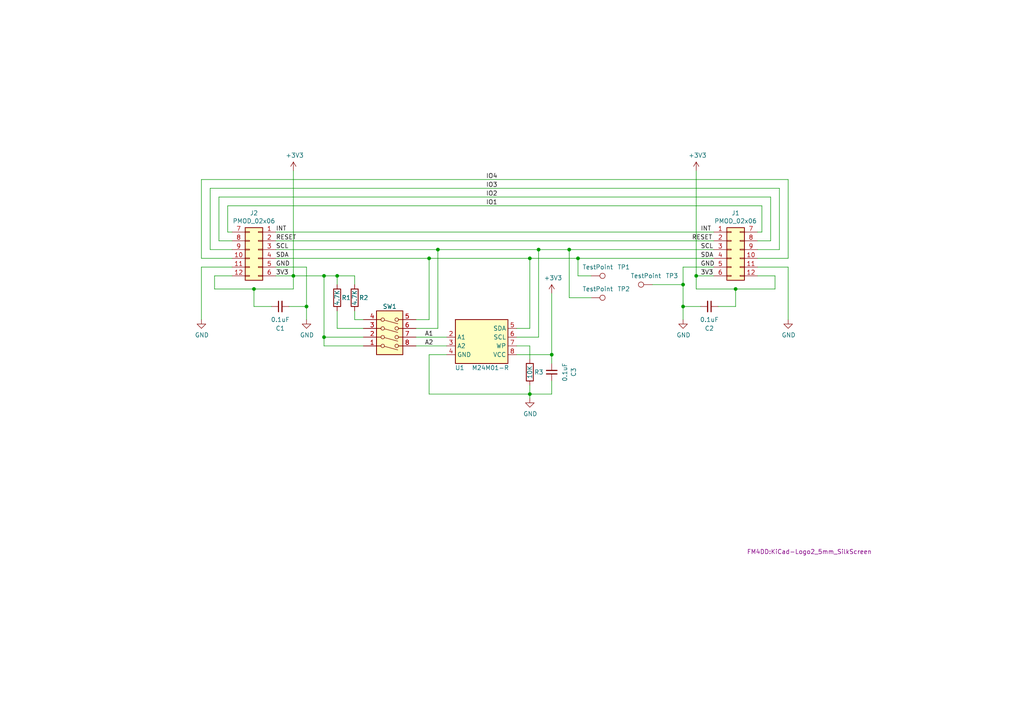
<source format=kicad_sch>
(kicad_sch (version 20230121) (generator eeschema)

  (uuid b6398497-ff40-4fec-95a5-d2fc5b8173cc)

  (paper "A4")

  (title_block
    (title "1MBIT EEPROM PMOD")
    (date "2021-08-14")
    (rev "V1.1")
    (company "FM4DD")
    (comment 1 "2021 (C) FM4DD")
    (comment 2 "STMicroelectronics M24M01-R")
    (comment 3 "License: CC-BY-SA 4.0")
  )

  (lib_symbols
    (symbol "Connector:TestPoint" (pin_numbers hide) (pin_names (offset 0.762) hide) (in_bom yes) (on_board yes)
      (property "Reference" "TP" (at 0 6.858 0)
        (effects (font (size 1.27 1.27)))
      )
      (property "Value" "TestPoint" (at 0 5.08 0)
        (effects (font (size 1.27 1.27)))
      )
      (property "Footprint" "" (at 5.08 0 0)
        (effects (font (size 1.27 1.27)) hide)
      )
      (property "Datasheet" "~" (at 5.08 0 0)
        (effects (font (size 1.27 1.27)) hide)
      )
      (property "ki_keywords" "test point tp" (at 0 0 0)
        (effects (font (size 1.27 1.27)) hide)
      )
      (property "ki_description" "test point" (at 0 0 0)
        (effects (font (size 1.27 1.27)) hide)
      )
      (property "ki_fp_filters" "Pin* Test*" (at 0 0 0)
        (effects (font (size 1.27 1.27)) hide)
      )
      (symbol "TestPoint_0_1"
        (circle (center 0 3.302) (radius 0.762)
          (stroke (width 0) (type default))
          (fill (type none))
        )
      )
      (symbol "TestPoint_1_1"
        (pin passive line (at 0 0 90) (length 2.54)
          (name "1" (effects (font (size 1.27 1.27))))
          (number "1" (effects (font (size 1.27 1.27))))
        )
      )
    )
    (symbol "Connector_Generic:Conn_02x06_Top_Bottom" (pin_names (offset 1.016) hide) (in_bom yes) (on_board yes)
      (property "Reference" "J" (at 1.27 7.62 0)
        (effects (font (size 1.27 1.27)))
      )
      (property "Value" "Conn_02x06_Top_Bottom" (at 1.27 -10.16 0)
        (effects (font (size 1.27 1.27)))
      )
      (property "Footprint" "" (at 0 0 0)
        (effects (font (size 1.27 1.27)) hide)
      )
      (property "Datasheet" "~" (at 0 0 0)
        (effects (font (size 1.27 1.27)) hide)
      )
      (property "ki_keywords" "connector" (at 0 0 0)
        (effects (font (size 1.27 1.27)) hide)
      )
      (property "ki_description" "Generic connector, double row, 02x06, top/bottom pin numbering scheme (row 1: 1...pins_per_row, row2: pins_per_row+1 ... num_pins), script generated (kicad-library-utils/schlib/autogen/connector/)" (at 0 0 0)
        (effects (font (size 1.27 1.27)) hide)
      )
      (property "ki_fp_filters" "Connector*:*_2x??_*" (at 0 0 0)
        (effects (font (size 1.27 1.27)) hide)
      )
      (symbol "Conn_02x06_Top_Bottom_1_1"
        (rectangle (start -1.27 -7.493) (end 0 -7.747)
          (stroke (width 0.1524) (type default))
          (fill (type none))
        )
        (rectangle (start -1.27 -4.953) (end 0 -5.207)
          (stroke (width 0.1524) (type default))
          (fill (type none))
        )
        (rectangle (start -1.27 -2.413) (end 0 -2.667)
          (stroke (width 0.1524) (type default))
          (fill (type none))
        )
        (rectangle (start -1.27 0.127) (end 0 -0.127)
          (stroke (width 0.1524) (type default))
          (fill (type none))
        )
        (rectangle (start -1.27 2.667) (end 0 2.413)
          (stroke (width 0.1524) (type default))
          (fill (type none))
        )
        (rectangle (start -1.27 5.207) (end 0 4.953)
          (stroke (width 0.1524) (type default))
          (fill (type none))
        )
        (rectangle (start -1.27 6.35) (end 3.81 -8.89)
          (stroke (width 0.254) (type default))
          (fill (type background))
        )
        (rectangle (start 3.81 -7.493) (end 2.54 -7.747)
          (stroke (width 0.1524) (type default))
          (fill (type none))
        )
        (rectangle (start 3.81 -4.953) (end 2.54 -5.207)
          (stroke (width 0.1524) (type default))
          (fill (type none))
        )
        (rectangle (start 3.81 -2.413) (end 2.54 -2.667)
          (stroke (width 0.1524) (type default))
          (fill (type none))
        )
        (rectangle (start 3.81 0.127) (end 2.54 -0.127)
          (stroke (width 0.1524) (type default))
          (fill (type none))
        )
        (rectangle (start 3.81 2.667) (end 2.54 2.413)
          (stroke (width 0.1524) (type default))
          (fill (type none))
        )
        (rectangle (start 3.81 5.207) (end 2.54 4.953)
          (stroke (width 0.1524) (type default))
          (fill (type none))
        )
        (pin passive line (at -5.08 5.08 0) (length 3.81)
          (name "Pin_1" (effects (font (size 1.27 1.27))))
          (number "1" (effects (font (size 1.27 1.27))))
        )
        (pin passive line (at 7.62 -2.54 180) (length 3.81)
          (name "Pin_10" (effects (font (size 1.27 1.27))))
          (number "10" (effects (font (size 1.27 1.27))))
        )
        (pin passive line (at 7.62 -5.08 180) (length 3.81)
          (name "Pin_11" (effects (font (size 1.27 1.27))))
          (number "11" (effects (font (size 1.27 1.27))))
        )
        (pin passive line (at 7.62 -7.62 180) (length 3.81)
          (name "Pin_12" (effects (font (size 1.27 1.27))))
          (number "12" (effects (font (size 1.27 1.27))))
        )
        (pin passive line (at -5.08 2.54 0) (length 3.81)
          (name "Pin_2" (effects (font (size 1.27 1.27))))
          (number "2" (effects (font (size 1.27 1.27))))
        )
        (pin passive line (at -5.08 0 0) (length 3.81)
          (name "Pin_3" (effects (font (size 1.27 1.27))))
          (number "3" (effects (font (size 1.27 1.27))))
        )
        (pin passive line (at -5.08 -2.54 0) (length 3.81)
          (name "Pin_4" (effects (font (size 1.27 1.27))))
          (number "4" (effects (font (size 1.27 1.27))))
        )
        (pin passive line (at -5.08 -5.08 0) (length 3.81)
          (name "Pin_5" (effects (font (size 1.27 1.27))))
          (number "5" (effects (font (size 1.27 1.27))))
        )
        (pin passive line (at -5.08 -7.62 0) (length 3.81)
          (name "Pin_6" (effects (font (size 1.27 1.27))))
          (number "6" (effects (font (size 1.27 1.27))))
        )
        (pin passive line (at 7.62 5.08 180) (length 3.81)
          (name "Pin_7" (effects (font (size 1.27 1.27))))
          (number "7" (effects (font (size 1.27 1.27))))
        )
        (pin passive line (at 7.62 2.54 180) (length 3.81)
          (name "Pin_8" (effects (font (size 1.27 1.27))))
          (number "8" (effects (font (size 1.27 1.27))))
        )
        (pin passive line (at 7.62 0 180) (length 3.81)
          (name "Pin_9" (effects (font (size 1.27 1.27))))
          (number "9" (effects (font (size 1.27 1.27))))
        )
      )
    )
    (symbol "Device:C_Small" (pin_numbers hide) (pin_names (offset 0.254) hide) (in_bom yes) (on_board yes)
      (property "Reference" "C" (at 0.254 1.778 0)
        (effects (font (size 1.27 1.27)) (justify left))
      )
      (property "Value" "C_Small" (at 0.254 -2.032 0)
        (effects (font (size 1.27 1.27)) (justify left))
      )
      (property "Footprint" "" (at 0 0 0)
        (effects (font (size 1.27 1.27)) hide)
      )
      (property "Datasheet" "~" (at 0 0 0)
        (effects (font (size 1.27 1.27)) hide)
      )
      (property "ki_keywords" "capacitor cap" (at 0 0 0)
        (effects (font (size 1.27 1.27)) hide)
      )
      (property "ki_description" "Unpolarized capacitor, small symbol" (at 0 0 0)
        (effects (font (size 1.27 1.27)) hide)
      )
      (property "ki_fp_filters" "C_*" (at 0 0 0)
        (effects (font (size 1.27 1.27)) hide)
      )
      (symbol "C_Small_0_1"
        (polyline
          (pts
            (xy -1.524 -0.508)
            (xy 1.524 -0.508)
          )
          (stroke (width 0.3302) (type default))
          (fill (type none))
        )
        (polyline
          (pts
            (xy -1.524 0.508)
            (xy 1.524 0.508)
          )
          (stroke (width 0.3048) (type default))
          (fill (type none))
        )
      )
      (symbol "C_Small_1_1"
        (pin passive line (at 0 2.54 270) (length 2.032)
          (name "~" (effects (font (size 1.27 1.27))))
          (number "1" (effects (font (size 1.27 1.27))))
        )
        (pin passive line (at 0 -2.54 90) (length 2.032)
          (name "~" (effects (font (size 1.27 1.27))))
          (number "2" (effects (font (size 1.27 1.27))))
        )
      )
    )
    (symbol "Device:R" (pin_numbers hide) (pin_names (offset 0)) (in_bom yes) (on_board yes)
      (property "Reference" "R" (at 2.032 0 90)
        (effects (font (size 1.27 1.27)))
      )
      (property "Value" "R" (at 0 0 90)
        (effects (font (size 1.27 1.27)))
      )
      (property "Footprint" "" (at -1.778 0 90)
        (effects (font (size 1.27 1.27)) hide)
      )
      (property "Datasheet" "~" (at 0 0 0)
        (effects (font (size 1.27 1.27)) hide)
      )
      (property "ki_keywords" "R res resistor" (at 0 0 0)
        (effects (font (size 1.27 1.27)) hide)
      )
      (property "ki_description" "Resistor" (at 0 0 0)
        (effects (font (size 1.27 1.27)) hide)
      )
      (property "ki_fp_filters" "R_*" (at 0 0 0)
        (effects (font (size 1.27 1.27)) hide)
      )
      (symbol "R_0_1"
        (rectangle (start -1.016 -2.54) (end 1.016 2.54)
          (stroke (width 0.254) (type default))
          (fill (type none))
        )
      )
      (symbol "R_1_1"
        (pin passive line (at 0 3.81 270) (length 1.27)
          (name "~" (effects (font (size 1.27 1.27))))
          (number "1" (effects (font (size 1.27 1.27))))
        )
        (pin passive line (at 0 -3.81 90) (length 1.27)
          (name "~" (effects (font (size 1.27 1.27))))
          (number "2" (effects (font (size 1.27 1.27))))
        )
      )
    )
    (symbol "FM4DD:Logo_KiCad_5mm" (pin_names (offset 1.016)) (in_bom yes) (on_board yes)
      (property "Reference" "LB" (at 0 0 0)
        (effects (font (size 1.27 1.27)) hide)
      )
      (property "Value" "Logo_KiCad_5mm" (at 0 0 0)
        (effects (font (size 1.27 1.27)))
      )
      (property "Footprint" "FM4DD:Logo_KiCad_5mm_SScr" (at 0 0 0)
        (effects (font (size 1.27 1.27)) hide)
      )
      (property "Datasheet" "" (at 0 0 0)
        (effects (font (size 1.27 1.27)) hide)
      )
      (property "ki_description" "KiCad Logo with text removed" (at 0 0 0)
        (effects (font (size 1.27 1.27)) hide)
      )
    )
    (symbol "FM4DD:M24M01-R" (in_bom yes) (on_board yes)
      (property "Reference" "U" (at -1.27 8.89 0)
        (effects (font (size 1.27 1.27)))
      )
      (property "Value" "M24M01-R" (at 0 6.35 0)
        (effects (font (size 1.27 1.27)))
      )
      (property "Footprint" "Package_SO:SOIC-8_3.9x4.9mm_P1.27mm" (at 2.54 -8.89 0)
        (effects (font (size 1.27 1.27)) hide)
      )
      (property "Datasheet" "https://www.st.com/resource/en/datasheet/m24m01-df.pdf" (at 0 0 0)
        (effects (font (size 1.27 1.27)) hide)
      )
      (property "ki_keywords" "EEPROM 1Mb I2C" (at 0 0 0)
        (effects (font (size 1.27 1.27)) hide)
      )
      (property "ki_description" "1 Mb I2C-bus Serial EEPROM, SOIC-8 SOIC-8_3.9x4.9x1.27P" (at 0 0 0)
        (effects (font (size 1.27 1.27)) hide)
      )
      (property "ki_fp_filters" "SOIC*3.9x4.9mm*P1.27mm*" (at 0 0 0)
        (effects (font (size 1.27 1.27)) hide)
      )
      (symbol "M24M01-R_1_1"
        (rectangle (start -7.62 5.08) (end 7.62 -7.62)
          (stroke (width 0.254) (type default))
          (fill (type background))
        )
        (pin no_connect line (at -10.16 2.54 0) (length 2.54) hide
          (name "NC" (effects (font (size 1.27 1.27))))
          (number "1" (effects (font (size 1.27 1.27))))
        )
        (pin input line (at -10.16 0 0) (length 2.54)
          (name "A1" (effects (font (size 1.27 1.27))))
          (number "2" (effects (font (size 1.27 1.27))))
        )
        (pin input line (at -10.16 -2.54 0) (length 2.54)
          (name "A2" (effects (font (size 1.27 1.27))))
          (number "3" (effects (font (size 1.27 1.27))))
        )
        (pin power_in line (at -10.16 -5.08 0) (length 2.54)
          (name "GND" (effects (font (size 1.27 1.27))))
          (number "4" (effects (font (size 1.27 1.27))))
        )
        (pin bidirectional line (at 10.16 2.54 180) (length 2.54)
          (name "SDA" (effects (font (size 1.27 1.27))))
          (number "5" (effects (font (size 1.27 1.27))))
        )
        (pin input line (at 10.16 0 180) (length 2.54)
          (name "SCL" (effects (font (size 1.27 1.27))))
          (number "6" (effects (font (size 1.27 1.27))))
        )
        (pin input line (at 10.16 -2.54 180) (length 2.54)
          (name "WP" (effects (font (size 1.27 1.27))))
          (number "7" (effects (font (size 1.27 1.27))))
        )
        (pin power_in line (at 10.16 -5.08 180) (length 2.54)
          (name "VCC" (effects (font (size 1.27 1.27))))
          (number "8" (effects (font (size 1.27 1.27))))
        )
      )
    )
    (symbol "Switch:SW_DIP_x04" (pin_names (offset 0) hide) (in_bom yes) (on_board yes)
      (property "Reference" "SW" (at 0 8.89 0)
        (effects (font (size 1.27 1.27)))
      )
      (property "Value" "SW_DIP_x04" (at 0 -6.35 0)
        (effects (font (size 1.27 1.27)))
      )
      (property "Footprint" "" (at 0 0 0)
        (effects (font (size 1.27 1.27)) hide)
      )
      (property "Datasheet" "~" (at 0 0 0)
        (effects (font (size 1.27 1.27)) hide)
      )
      (property "ki_keywords" "dip switch" (at 0 0 0)
        (effects (font (size 1.27 1.27)) hide)
      )
      (property "ki_description" "4x DIP Switch, Single Pole Single Throw (SPST) switch, small symbol" (at 0 0 0)
        (effects (font (size 1.27 1.27)) hide)
      )
      (property "ki_fp_filters" "SW?DIP?x4*" (at 0 0 0)
        (effects (font (size 1.27 1.27)) hide)
      )
      (symbol "SW_DIP_x04_0_0"
        (circle (center -2.032 -2.54) (radius 0.508)
          (stroke (width 0) (type default))
          (fill (type none))
        )
        (circle (center -2.032 0) (radius 0.508)
          (stroke (width 0) (type default))
          (fill (type none))
        )
        (circle (center -2.032 2.54) (radius 0.508)
          (stroke (width 0) (type default))
          (fill (type none))
        )
        (circle (center -2.032 5.08) (radius 0.508)
          (stroke (width 0) (type default))
          (fill (type none))
        )
        (polyline
          (pts
            (xy -1.524 -2.3876)
            (xy 2.3622 -1.3462)
          )
          (stroke (width 0) (type default))
          (fill (type none))
        )
        (polyline
          (pts
            (xy -1.524 0.127)
            (xy 2.3622 1.1684)
          )
          (stroke (width 0) (type default))
          (fill (type none))
        )
        (polyline
          (pts
            (xy -1.524 2.667)
            (xy 2.3622 3.7084)
          )
          (stroke (width 0) (type default))
          (fill (type none))
        )
        (polyline
          (pts
            (xy -1.524 5.207)
            (xy 2.3622 6.2484)
          )
          (stroke (width 0) (type default))
          (fill (type none))
        )
        (circle (center 2.032 -2.54) (radius 0.508)
          (stroke (width 0) (type default))
          (fill (type none))
        )
        (circle (center 2.032 0) (radius 0.508)
          (stroke (width 0) (type default))
          (fill (type none))
        )
        (circle (center 2.032 2.54) (radius 0.508)
          (stroke (width 0) (type default))
          (fill (type none))
        )
        (circle (center 2.032 5.08) (radius 0.508)
          (stroke (width 0) (type default))
          (fill (type none))
        )
      )
      (symbol "SW_DIP_x04_0_1"
        (rectangle (start -3.81 7.62) (end 3.81 -5.08)
          (stroke (width 0.254) (type default))
          (fill (type background))
        )
      )
      (symbol "SW_DIP_x04_1_1"
        (pin passive line (at -7.62 5.08 0) (length 5.08)
          (name "~" (effects (font (size 1.27 1.27))))
          (number "1" (effects (font (size 1.27 1.27))))
        )
        (pin passive line (at -7.62 2.54 0) (length 5.08)
          (name "~" (effects (font (size 1.27 1.27))))
          (number "2" (effects (font (size 1.27 1.27))))
        )
        (pin passive line (at -7.62 0 0) (length 5.08)
          (name "~" (effects (font (size 1.27 1.27))))
          (number "3" (effects (font (size 1.27 1.27))))
        )
        (pin passive line (at -7.62 -2.54 0) (length 5.08)
          (name "~" (effects (font (size 1.27 1.27))))
          (number "4" (effects (font (size 1.27 1.27))))
        )
        (pin passive line (at 7.62 -2.54 180) (length 5.08)
          (name "~" (effects (font (size 1.27 1.27))))
          (number "5" (effects (font (size 1.27 1.27))))
        )
        (pin passive line (at 7.62 0 180) (length 5.08)
          (name "~" (effects (font (size 1.27 1.27))))
          (number "6" (effects (font (size 1.27 1.27))))
        )
        (pin passive line (at 7.62 2.54 180) (length 5.08)
          (name "~" (effects (font (size 1.27 1.27))))
          (number "7" (effects (font (size 1.27 1.27))))
        )
        (pin passive line (at 7.62 5.08 180) (length 5.08)
          (name "~" (effects (font (size 1.27 1.27))))
          (number "8" (effects (font (size 1.27 1.27))))
        )
      )
    )
    (symbol "power:+3V3" (power) (pin_names (offset 0)) (in_bom yes) (on_board yes)
      (property "Reference" "#PWR" (at 0 -3.81 0)
        (effects (font (size 1.27 1.27)) hide)
      )
      (property "Value" "+3V3" (at 0 3.556 0)
        (effects (font (size 1.27 1.27)))
      )
      (property "Footprint" "" (at 0 0 0)
        (effects (font (size 1.27 1.27)) hide)
      )
      (property "Datasheet" "" (at 0 0 0)
        (effects (font (size 1.27 1.27)) hide)
      )
      (property "ki_keywords" "global power" (at 0 0 0)
        (effects (font (size 1.27 1.27)) hide)
      )
      (property "ki_description" "Power symbol creates a global label with name \"+3V3\"" (at 0 0 0)
        (effects (font (size 1.27 1.27)) hide)
      )
      (symbol "+3V3_0_1"
        (polyline
          (pts
            (xy -0.762 1.27)
            (xy 0 2.54)
          )
          (stroke (width 0) (type default))
          (fill (type none))
        )
        (polyline
          (pts
            (xy 0 0)
            (xy 0 2.54)
          )
          (stroke (width 0) (type default))
          (fill (type none))
        )
        (polyline
          (pts
            (xy 0 2.54)
            (xy 0.762 1.27)
          )
          (stroke (width 0) (type default))
          (fill (type none))
        )
      )
      (symbol "+3V3_1_1"
        (pin power_in line (at 0 0 90) (length 0) hide
          (name "+3V3" (effects (font (size 1.27 1.27))))
          (number "1" (effects (font (size 1.27 1.27))))
        )
      )
    )
    (symbol "power:GND" (power) (pin_names (offset 0)) (in_bom yes) (on_board yes)
      (property "Reference" "#PWR" (at 0 -6.35 0)
        (effects (font (size 1.27 1.27)) hide)
      )
      (property "Value" "GND" (at 0 -3.81 0)
        (effects (font (size 1.27 1.27)))
      )
      (property "Footprint" "" (at 0 0 0)
        (effects (font (size 1.27 1.27)) hide)
      )
      (property "Datasheet" "" (at 0 0 0)
        (effects (font (size 1.27 1.27)) hide)
      )
      (property "ki_keywords" "global power" (at 0 0 0)
        (effects (font (size 1.27 1.27)) hide)
      )
      (property "ki_description" "Power symbol creates a global label with name \"GND\" , ground" (at 0 0 0)
        (effects (font (size 1.27 1.27)) hide)
      )
      (symbol "GND_0_1"
        (polyline
          (pts
            (xy 0 0)
            (xy 0 -1.27)
            (xy 1.27 -1.27)
            (xy 0 -2.54)
            (xy -1.27 -1.27)
            (xy 0 -1.27)
          )
          (stroke (width 0) (type default))
          (fill (type none))
        )
      )
      (symbol "GND_1_1"
        (pin power_in line (at 0 0 270) (length 0) hide
          (name "GND" (effects (font (size 1.27 1.27))))
          (number "1" (effects (font (size 1.27 1.27))))
        )
      )
    )
  )

  (junction (at 167.64 74.93) (diameter 0) (color 0 0 0 0)
    (uuid 0a3c3896-064f-43a9-ae9b-694cf116b0a4)
  )
  (junction (at 88.9 88.9) (diameter 0) (color 0 0 0 0)
    (uuid 11322bff-f556-45b5-9f68-901f53a22cf6)
  )
  (junction (at 153.67 114.3) (diameter 0) (color 0 0 0 0)
    (uuid 3e9c3a4b-f06f-416f-98cf-d2083132d0df)
  )
  (junction (at 97.79 80.01) (diameter 0) (color 0 0 0 0)
    (uuid 42d683a2-d94c-43c3-aac3-479da1d689f0)
  )
  (junction (at 198.12 82.55) (diameter 0) (color 0 0 0 0)
    (uuid 46063066-99b9-4333-ba2b-d0585fdf679b)
  )
  (junction (at 201.93 80.01) (diameter 0) (color 0 0 0 0)
    (uuid 50ceda34-319e-476a-a4bd-a9c57cbaa411)
  )
  (junction (at 213.36 83.82) (diameter 0) (color 0 0 0 0)
    (uuid 55f01b8a-6dd6-45d5-9c6f-89357212f6f1)
  )
  (junction (at 165.1 72.39) (diameter 0) (color 0 0 0 0)
    (uuid 56ef1f52-da5a-4ca3-a151-805e0911f9ae)
  )
  (junction (at 73.66 83.82) (diameter 0) (color 0 0 0 0)
    (uuid 5c8c78cd-8971-41a0-acb4-0e66fac54d1f)
  )
  (junction (at 160.02 102.87) (diameter 0) (color 0 0 0 0)
    (uuid 6a9c07b4-4446-4ef5-9a2a-5c7eaf7e1f6a)
  )
  (junction (at 127 72.39) (diameter 0) (color 0 0 0 0)
    (uuid 6b3c4b68-18d6-4b68-b3ac-8f32ab5cc9fa)
  )
  (junction (at 198.12 88.9) (diameter 0) (color 0 0 0 0)
    (uuid 7fc99b32-5af1-4a1b-b6b7-bafdd6f15954)
  )
  (junction (at 124.46 74.93) (diameter 0) (color 0 0 0 0)
    (uuid 8c08a32f-26ae-4075-8592-de6d49bc85ce)
  )
  (junction (at 93.98 97.79) (diameter 0) (color 0 0 0 0)
    (uuid 9576e607-d70b-4f0c-be7f-81ce7d1edf5a)
  )
  (junction (at 153.67 74.93) (diameter 0) (color 0 0 0 0)
    (uuid 9d983a5f-b4ad-4322-948d-c97d69208d22)
  )
  (junction (at 93.98 80.01) (diameter 0) (color 0 0 0 0)
    (uuid b3f51ea5-7f72-41c5-a876-5b5eece2638e)
  )
  (junction (at 156.21 72.39) (diameter 0) (color 0 0 0 0)
    (uuid c17bd901-725c-4270-9e8e-dc184c1860af)
  )
  (junction (at 85.09 80.01) (diameter 0) (color 0 0 0 0)
    (uuid e9f99667-acae-4d58-8980-2f75fc5e7cd1)
  )

  (wire (pts (xy 124.46 102.87) (xy 124.46 114.3))
    (stroke (width 0) (type default))
    (uuid 01082ebb-a37d-4846-ba0f-18a1d4c1d7d9)
  )
  (wire (pts (xy 73.66 88.9) (xy 73.66 83.82))
    (stroke (width 0) (type default))
    (uuid 030de918-d90b-4fb6-b4cf-1a4209c4b72c)
  )
  (wire (pts (xy 80.01 74.93) (xy 124.46 74.93))
    (stroke (width 0) (type default))
    (uuid 04d6b8ee-d284-4a62-b009-7f3d5e22af3c)
  )
  (wire (pts (xy 153.67 114.3) (xy 124.46 114.3))
    (stroke (width 0) (type default))
    (uuid 0de1b88d-4bf1-4752-b646-f272db38844c)
  )
  (wire (pts (xy 63.5 69.85) (xy 67.31 69.85))
    (stroke (width 0) (type default))
    (uuid 10431f7a-84e7-47b5-8a2c-2bdbab72d381)
  )
  (wire (pts (xy 85.09 80.01) (xy 85.09 83.82))
    (stroke (width 0) (type default))
    (uuid 117e3e54-b7eb-472b-a9fe-052a840cfe55)
  )
  (wire (pts (xy 85.09 80.01) (xy 85.09 49.53))
    (stroke (width 0) (type default))
    (uuid 14c141b3-62aa-41fb-ad99-974521e1ad64)
  )
  (wire (pts (xy 189.23 82.55) (xy 198.12 82.55))
    (stroke (width 0) (type default))
    (uuid 1596beec-d18b-4d81-ba81-f1ce3f7a1bc7)
  )
  (wire (pts (xy 201.93 80.01) (xy 201.93 83.82))
    (stroke (width 0) (type default))
    (uuid 15f2c5e2-8255-4e29-84d5-9ad9763959c4)
  )
  (wire (pts (xy 160.02 110.49) (xy 160.02 114.3))
    (stroke (width 0) (type default))
    (uuid 17db759d-0b9c-45f2-9019-2d8dde816649)
  )
  (wire (pts (xy 124.46 92.71) (xy 124.46 74.93))
    (stroke (width 0) (type default))
    (uuid 19fc830d-d059-4bae-b35a-6532f7f524b2)
  )
  (wire (pts (xy 224.79 80.01) (xy 219.71 80.01))
    (stroke (width 0) (type default))
    (uuid 1a0baa1d-d118-4cf4-ab09-68969a79b152)
  )
  (wire (pts (xy 198.12 77.47) (xy 198.12 82.55))
    (stroke (width 0) (type default))
    (uuid 1b37e0a1-876e-44f9-a21e-f727d52829db)
  )
  (wire (pts (xy 80.01 80.01) (xy 85.09 80.01))
    (stroke (width 0) (type default))
    (uuid 1d19f3c7-5ccc-4bac-af4a-e0724913b05d)
  )
  (wire (pts (xy 223.52 69.85) (xy 223.52 57.15))
    (stroke (width 0) (type default))
    (uuid 20a0c370-7a98-4d0d-86df-b312e820b367)
  )
  (wire (pts (xy 105.41 100.33) (xy 93.98 100.33))
    (stroke (width 0) (type default))
    (uuid 223adb67-3473-46b9-b96a-ff9714101414)
  )
  (wire (pts (xy 67.31 77.47) (xy 58.42 77.47))
    (stroke (width 0) (type default))
    (uuid 24c6bba2-20da-4ae0-904c-89148a21943f)
  )
  (wire (pts (xy 223.52 57.15) (xy 63.5 57.15))
    (stroke (width 0) (type default))
    (uuid 2664633d-7e94-446d-a8a2-42f52f12678e)
  )
  (wire (pts (xy 80.01 77.47) (xy 88.9 77.47))
    (stroke (width 0) (type default))
    (uuid 2bfec4bc-691b-4788-96d4-fa4ab80d7bc9)
  )
  (wire (pts (xy 102.87 90.17) (xy 102.87 92.71))
    (stroke (width 0) (type default))
    (uuid 2dd58d27-8bb3-45b9-b853-ba6830f5581a)
  )
  (wire (pts (xy 219.71 74.93) (xy 228.6 74.93))
    (stroke (width 0) (type default))
    (uuid 30845801-18b3-40e6-a320-fca8953637d2)
  )
  (wire (pts (xy 80.01 72.39) (xy 127 72.39))
    (stroke (width 0) (type default))
    (uuid 32936c3b-eaf8-4aa6-839a-4a52ddd48365)
  )
  (wire (pts (xy 198.12 88.9) (xy 198.12 92.71))
    (stroke (width 0) (type default))
    (uuid 32bffd48-6035-4101-9d24-50305febd71d)
  )
  (wire (pts (xy 97.79 82.55) (xy 97.79 80.01))
    (stroke (width 0) (type default))
    (uuid 362e39cc-f4a1-4868-bc21-6293b2f91db2)
  )
  (wire (pts (xy 80.01 69.85) (xy 207.01 69.85))
    (stroke (width 0) (type default))
    (uuid 37ad4f63-7d62-40ad-9764-76b4202ca050)
  )
  (wire (pts (xy 228.6 52.07) (xy 58.42 52.07))
    (stroke (width 0) (type default))
    (uuid 3bb1786e-bc81-409f-8f1e-d341ada6e75b)
  )
  (wire (pts (xy 220.98 67.31) (xy 220.98 59.69))
    (stroke (width 0) (type default))
    (uuid 43a413ae-a5f2-4320-81ec-c16a81a16eb8)
  )
  (wire (pts (xy 201.93 80.01) (xy 201.93 49.53))
    (stroke (width 0) (type default))
    (uuid 4599e6bf-c5e0-41e9-9587-d685c4cef356)
  )
  (wire (pts (xy 208.28 88.9) (xy 213.36 88.9))
    (stroke (width 0) (type default))
    (uuid 46232358-5d27-4a59-bb5b-0ce5a8f7b277)
  )
  (wire (pts (xy 58.42 74.93) (xy 67.31 74.93))
    (stroke (width 0) (type default))
    (uuid 46f7a3cc-7358-46e0-99ad-9336a3c47b2c)
  )
  (wire (pts (xy 219.71 77.47) (xy 228.6 77.47))
    (stroke (width 0) (type default))
    (uuid 483bb9b0-4cf6-4e39-a123-e760c1bc7c1b)
  )
  (wire (pts (xy 127 72.39) (xy 156.21 72.39))
    (stroke (width 0) (type default))
    (uuid 49e50bb3-86be-4f0a-809b-01a1c961ca52)
  )
  (wire (pts (xy 207.01 80.01) (xy 201.93 80.01))
    (stroke (width 0) (type default))
    (uuid 4deb0537-6018-439c-8b87-167c15da841c)
  )
  (wire (pts (xy 207.01 77.47) (xy 198.12 77.47))
    (stroke (width 0) (type default))
    (uuid 4e8c4bbb-4699-4a25-8283-24bf41ec6992)
  )
  (wire (pts (xy 149.86 100.33) (xy 153.67 100.33))
    (stroke (width 0) (type default))
    (uuid 53ad93f7-65e5-4a60-8f3f-178d5d0eb88e)
  )
  (wire (pts (xy 160.02 102.87) (xy 160.02 85.09))
    (stroke (width 0) (type default))
    (uuid 551c4230-e00e-49ae-ae27-d5bf161d18a5)
  )
  (wire (pts (xy 60.96 54.61) (xy 60.96 72.39))
    (stroke (width 0) (type default))
    (uuid 5aa81449-a67a-4da5-ae77-d3f18bf9b0a7)
  )
  (wire (pts (xy 207.01 72.39) (xy 165.1 72.39))
    (stroke (width 0) (type default))
    (uuid 5d04ac0b-0a77-407e-bcbb-e6cac13e2b70)
  )
  (wire (pts (xy 213.36 83.82) (xy 224.79 83.82))
    (stroke (width 0) (type default))
    (uuid 5df1b9dd-1afd-4eae-9b53-338da3f083cf)
  )
  (wire (pts (xy 97.79 80.01) (xy 93.98 80.01))
    (stroke (width 0) (type default))
    (uuid 6470cac3-f334-491e-bf43-1b9470d88647)
  )
  (wire (pts (xy 167.64 80.01) (xy 167.64 74.93))
    (stroke (width 0) (type default))
    (uuid 666588ab-81f5-4f14-9de4-e60088b6e142)
  )
  (wire (pts (xy 149.86 97.79) (xy 156.21 97.79))
    (stroke (width 0) (type default))
    (uuid 6718c5fd-a76e-4599-bb36-c4ca0a513fd2)
  )
  (wire (pts (xy 207.01 74.93) (xy 167.64 74.93))
    (stroke (width 0) (type default))
    (uuid 67b2bb2f-e700-4f15-97e7-b6d562cf702f)
  )
  (wire (pts (xy 58.42 52.07) (xy 58.42 74.93))
    (stroke (width 0) (type default))
    (uuid 67ef0649-c56f-4f94-a488-743bcc8e07c6)
  )
  (wire (pts (xy 149.86 102.87) (xy 160.02 102.87))
    (stroke (width 0) (type default))
    (uuid 6836d75c-50f9-4793-ab27-af7c9397443a)
  )
  (wire (pts (xy 198.12 82.55) (xy 198.12 88.9))
    (stroke (width 0) (type default))
    (uuid 688097b6-d694-41ae-8ded-89f093eb98a0)
  )
  (wire (pts (xy 220.98 59.69) (xy 66.04 59.69))
    (stroke (width 0) (type default))
    (uuid 68c46ecf-f182-4d9b-883e-1f8e2e8b3496)
  )
  (wire (pts (xy 83.82 88.9) (xy 88.9 88.9))
    (stroke (width 0) (type default))
    (uuid 751c6f2a-beed-404b-a7e1-6a96ba6bd422)
  )
  (wire (pts (xy 120.65 92.71) (xy 124.46 92.71))
    (stroke (width 0) (type default))
    (uuid 7914d07f-d9ff-4f7d-aa6b-a6e4ca9b8204)
  )
  (wire (pts (xy 73.66 83.82) (xy 62.23 83.82))
    (stroke (width 0) (type default))
    (uuid 79d78e35-5904-4bc9-93c6-0323a86fa357)
  )
  (wire (pts (xy 156.21 72.39) (xy 165.1 72.39))
    (stroke (width 0) (type default))
    (uuid 7e2fa40d-2749-433f-a1fa-231b20e3ff96)
  )
  (wire (pts (xy 153.67 111.76) (xy 153.67 114.3))
    (stroke (width 0) (type default))
    (uuid 7fa358a2-d989-4c26-8d25-306dfb7f5fec)
  )
  (wire (pts (xy 171.45 80.01) (xy 167.64 80.01))
    (stroke (width 0) (type default))
    (uuid 7fdbf78f-ebd6-4794-b3b6-04d074de61df)
  )
  (wire (pts (xy 105.41 97.79) (xy 93.98 97.79))
    (stroke (width 0) (type default))
    (uuid 87c2b8ff-d16d-45ca-8127-59fa39cbad28)
  )
  (wire (pts (xy 60.96 72.39) (xy 67.31 72.39))
    (stroke (width 0) (type default))
    (uuid 8def275a-7ea9-4d65-8b11-9e7edd3a6057)
  )
  (wire (pts (xy 93.98 97.79) (xy 93.98 80.01))
    (stroke (width 0) (type default))
    (uuid 8e42e22f-fa0f-4c1f-b6a5-41e849bd2fcc)
  )
  (wire (pts (xy 66.04 67.31) (xy 67.31 67.31))
    (stroke (width 0) (type default))
    (uuid 910ef008-9dc2-462c-8630-625afb57e8ef)
  )
  (wire (pts (xy 224.79 83.82) (xy 224.79 80.01))
    (stroke (width 0) (type default))
    (uuid 9379fd0c-7a57-49b9-8801-96df244c5b25)
  )
  (wire (pts (xy 120.65 97.79) (xy 129.54 97.79))
    (stroke (width 0) (type default))
    (uuid 98fa2897-c2da-455e-b8d6-03b87fa9e9a6)
  )
  (wire (pts (xy 93.98 100.33) (xy 93.98 97.79))
    (stroke (width 0) (type default))
    (uuid 99f4aac9-33a3-465e-bc33-3fc13408c995)
  )
  (wire (pts (xy 85.09 83.82) (xy 73.66 83.82))
    (stroke (width 0) (type default))
    (uuid 9d39ee59-9cd7-4c92-9ceb-c6ff4731274e)
  )
  (wire (pts (xy 160.02 102.87) (xy 160.02 105.41))
    (stroke (width 0) (type default))
    (uuid 9d68b4f6-2e54-4a2b-9bb4-bdf219ecefd3)
  )
  (wire (pts (xy 88.9 88.9) (xy 88.9 92.71))
    (stroke (width 0) (type default))
    (uuid 9f1277cd-8c89-429f-aae5-4e89458d2f85)
  )
  (wire (pts (xy 105.41 95.25) (xy 97.79 95.25))
    (stroke (width 0) (type default))
    (uuid a0b85f48-ecef-4ba4-ab0f-babb824b726e)
  )
  (wire (pts (xy 165.1 72.39) (xy 165.1 86.36))
    (stroke (width 0) (type default))
    (uuid a37dbcfe-b4bb-44ea-81a7-7465c8ba27b7)
  )
  (wire (pts (xy 149.86 95.25) (xy 153.67 95.25))
    (stroke (width 0) (type default))
    (uuid a3c72f36-440e-44da-b174-d509007848b8)
  )
  (wire (pts (xy 228.6 77.47) (xy 228.6 92.71))
    (stroke (width 0) (type default))
    (uuid a50195cf-7820-4208-9465-0b0bf94be6e4)
  )
  (wire (pts (xy 58.42 77.47) (xy 58.42 92.71))
    (stroke (width 0) (type default))
    (uuid a6a5c660-2f2b-4664-bb76-b0c8edc85e88)
  )
  (wire (pts (xy 102.87 82.55) (xy 102.87 80.01))
    (stroke (width 0) (type default))
    (uuid ab60e30a-11aa-4426-a107-86e764c438d8)
  )
  (wire (pts (xy 105.41 92.71) (xy 102.87 92.71))
    (stroke (width 0) (type default))
    (uuid acc40f1f-68c4-4572-9ff7-ff22d33bcc4f)
  )
  (wire (pts (xy 62.23 80.01) (xy 67.31 80.01))
    (stroke (width 0) (type default))
    (uuid b24dbd63-df11-4a8f-947c-84210538c5d9)
  )
  (wire (pts (xy 120.65 100.33) (xy 129.54 100.33))
    (stroke (width 0) (type default))
    (uuid b478f0f4-10bb-40a7-bcf5-d0b6e4f6e45a)
  )
  (wire (pts (xy 153.67 114.3) (xy 153.67 115.57))
    (stroke (width 0) (type default))
    (uuid b92326f7-f799-4727-9f18-bb832a03e39b)
  )
  (wire (pts (xy 207.01 67.31) (xy 80.01 67.31))
    (stroke (width 0) (type default))
    (uuid bb1c3516-eef6-40f3-b17c-4d3f37829697)
  )
  (wire (pts (xy 203.2 88.9) (xy 198.12 88.9))
    (stroke (width 0) (type default))
    (uuid bc7f04c5-e233-4d36-8083-aee7b2da83f4)
  )
  (wire (pts (xy 88.9 77.47) (xy 88.9 88.9))
    (stroke (width 0) (type default))
    (uuid bd881bde-9b35-4d47-9d79-3c5bbcda081d)
  )
  (wire (pts (xy 171.45 86.36) (xy 165.1 86.36))
    (stroke (width 0) (type default))
    (uuid c29818e8-66b1-4843-a3f7-f8e3e7bd66f3)
  )
  (wire (pts (xy 129.54 102.87) (xy 124.46 102.87))
    (stroke (width 0) (type default))
    (uuid c7ed74f2-a448-4b25-b084-0aed7a72421d)
  )
  (wire (pts (xy 62.23 83.82) (xy 62.23 80.01))
    (stroke (width 0) (type default))
    (uuid cf10ac3e-bdb5-48ec-912e-5f445e716482)
  )
  (wire (pts (xy 66.04 59.69) (xy 66.04 67.31))
    (stroke (width 0) (type default))
    (uuid cf2e0dcb-4001-4162-becd-717e4cb45a06)
  )
  (wire (pts (xy 153.67 74.93) (xy 167.64 74.93))
    (stroke (width 0) (type default))
    (uuid d0b4cb03-afa5-4c96-a62d-52f37497f04f)
  )
  (wire (pts (xy 228.6 74.93) (xy 228.6 52.07))
    (stroke (width 0) (type default))
    (uuid d18822e3-577d-4003-8dd5-8e6ba72e8adc)
  )
  (wire (pts (xy 102.87 80.01) (xy 97.79 80.01))
    (stroke (width 0) (type default))
    (uuid d1c44f95-68eb-400f-832b-d4913764fb25)
  )
  (wire (pts (xy 219.71 67.31) (xy 220.98 67.31))
    (stroke (width 0) (type default))
    (uuid d209eca1-89a2-4190-ab94-8ccef123ef3f)
  )
  (wire (pts (xy 213.36 88.9) (xy 213.36 83.82))
    (stroke (width 0) (type default))
    (uuid d30f3a9a-5a47-4119-8e5a-0a6b4fed7a9a)
  )
  (wire (pts (xy 63.5 57.15) (xy 63.5 69.85))
    (stroke (width 0) (type default))
    (uuid d3e4b16a-acce-452c-a78a-6d54c9e95c01)
  )
  (wire (pts (xy 219.71 69.85) (xy 223.52 69.85))
    (stroke (width 0) (type default))
    (uuid d949e7c9-3125-4b9c-bbed-b1a8a1c7da32)
  )
  (wire (pts (xy 226.06 72.39) (xy 226.06 54.61))
    (stroke (width 0) (type default))
    (uuid da2df506-e004-4edf-9915-e9c636578c37)
  )
  (wire (pts (xy 153.67 114.3) (xy 160.02 114.3))
    (stroke (width 0) (type default))
    (uuid dc2a1ef5-c87b-4260-a84a-58306d13e5f4)
  )
  (wire (pts (xy 78.74 88.9) (xy 73.66 88.9))
    (stroke (width 0) (type default))
    (uuid e10eacd2-4aa5-4c3b-999b-a2649d1c758a)
  )
  (wire (pts (xy 153.67 95.25) (xy 153.67 74.93))
    (stroke (width 0) (type default))
    (uuid e7b24222-0c5f-459f-ac32-61d674f9ec02)
  )
  (wire (pts (xy 201.93 83.82) (xy 213.36 83.82))
    (stroke (width 0) (type default))
    (uuid eb05aff4-364b-4624-ad0f-259e5178ce41)
  )
  (wire (pts (xy 93.98 80.01) (xy 85.09 80.01))
    (stroke (width 0) (type default))
    (uuid eb3c5493-87dc-4337-aba0-07679f3f3cd4)
  )
  (wire (pts (xy 226.06 54.61) (xy 60.96 54.61))
    (stroke (width 0) (type default))
    (uuid eb546e94-431f-49e2-b3ee-332047353b36)
  )
  (wire (pts (xy 127 95.25) (xy 127 72.39))
    (stroke (width 0) (type default))
    (uuid ecc6342f-23f3-4ce6-aa41-b2f6068f5e80)
  )
  (wire (pts (xy 153.67 104.14) (xy 153.67 100.33))
    (stroke (width 0) (type default))
    (uuid ecea1aef-6d07-40f2-850a-f1f517d21fe0)
  )
  (wire (pts (xy 97.79 90.17) (xy 97.79 95.25))
    (stroke (width 0) (type default))
    (uuid edee22a4-391d-4a10-86b4-8f52b2a976b8)
  )
  (wire (pts (xy 120.65 95.25) (xy 127 95.25))
    (stroke (width 0) (type default))
    (uuid f0528d35-44bc-417d-a1f0-46903f306deb)
  )
  (wire (pts (xy 156.21 97.79) (xy 156.21 72.39))
    (stroke (width 0) (type default))
    (uuid f0584bdf-1ead-4380-8973-d6c209a66222)
  )
  (wire (pts (xy 219.71 72.39) (xy 226.06 72.39))
    (stroke (width 0) (type default))
    (uuid f273e6a7-709e-4578-8b5e-f1fd5d404d0e)
  )
  (wire (pts (xy 124.46 74.93) (xy 153.67 74.93))
    (stroke (width 0) (type default))
    (uuid f962e2b1-6ae1-4b4b-87e7-e417bb1d9081)
  )

  (label "SDA" (at 80.01 74.93 0)
    (effects (font (size 1.27 1.27)) (justify left bottom))
    (uuid 07515eff-5c47-4d4d-9095-b3d261057fe5)
  )
  (label "3V3" (at 80.01 80.01 0)
    (effects (font (size 1.27 1.27)) (justify left bottom))
    (uuid 19b68693-1c66-421a-baa7-bb06c1f6a117)
  )
  (label "INT" (at 80.01 67.31 0)
    (effects (font (size 1.27 1.27)) (justify left bottom))
    (uuid 331ba670-0769-4e58-a4e5-e4201ca61271)
  )
  (label "SCL" (at 80.01 72.39 0)
    (effects (font (size 1.27 1.27)) (justify left bottom))
    (uuid 3952ae57-dda2-4f9c-a339-540a92ccdf85)
  )
  (label "IO2" (at 140.97 57.15 0)
    (effects (font (size 1.27 1.27)) (justify left bottom))
    (uuid 3a4f5d30-4305-47e1-9712-155a8be2a9db)
  )
  (label "A2" (at 123.19 100.33 0)
    (effects (font (size 1.27 1.27)) (justify left bottom))
    (uuid 3d8cb983-6c03-482e-9961-a7201008a025)
  )
  (label "SCL" (at 203.2 72.39 0)
    (effects (font (size 1.27 1.27)) (justify left bottom))
    (uuid 40c19be9-9f57-46fc-8790-9f695108eb88)
  )
  (label "IO4" (at 140.97 52.07 0)
    (effects (font (size 1.27 1.27)) (justify left bottom))
    (uuid 53d8aa2d-477a-4fb4-834e-5a4372d7eb13)
  )
  (label "GND" (at 203.2 77.47 0)
    (effects (font (size 1.27 1.27)) (justify left bottom))
    (uuid 5815cb5e-4e81-4fc3-b752-63e02e0551b5)
  )
  (label "RESET" (at 200.66 69.85 0)
    (effects (font (size 1.27 1.27)) (justify left bottom))
    (uuid 58bb6903-f53f-4c70-a601-0b3d29cf9a5a)
  )
  (label "IO1" (at 140.97 59.69 0)
    (effects (font (size 1.27 1.27)) (justify left bottom))
    (uuid 597fc5b9-6495-4fe8-aa92-c99318c65541)
  )
  (label "RESET" (at 80.01 69.85 0)
    (effects (font (size 1.27 1.27)) (justify left bottom))
    (uuid 7a4368fd-e484-48e5-a362-59d2156f9d37)
  )
  (label "IO3" (at 140.97 54.61 0)
    (effects (font (size 1.27 1.27)) (justify left bottom))
    (uuid b543c1cd-d4ac-45e1-8aec-a49efb18ac42)
  )
  (label "INT" (at 203.2 67.31 0)
    (effects (font (size 1.27 1.27)) (justify left bottom))
    (uuid cbd5b8a5-cee9-4983-af7b-91585da60634)
  )
  (label "SDA" (at 203.2 74.93 0)
    (effects (font (size 1.27 1.27)) (justify left bottom))
    (uuid daeca97b-7178-46eb-9f28-1ea2b9dbaf02)
  )
  (label "3V3" (at 203.2 80.01 0)
    (effects (font (size 1.27 1.27)) (justify left bottom))
    (uuid dcc23198-2544-4c76-8eeb-78bab0ae82cb)
  )
  (label "GND" (at 80.01 77.47 0)
    (effects (font (size 1.27 1.27)) (justify left bottom))
    (uuid e43534c5-c6c1-4bfd-a493-2eebc4250111)
  )
  (label "A1" (at 123.19 97.79 0)
    (effects (font (size 1.27 1.27)) (justify left bottom))
    (uuid e96145c0-bfc6-42e7-a7c5-bdb6fc127948)
  )

  (symbol (lib_id "power:+3V3") (at 201.93 49.53 0) (unit 1)
    (in_bom yes) (on_board yes) (dnp no)
    (uuid 00000000-0000-0000-0000-00005aed6787)
    (property "Reference" "#PWR0101" (at 201.93 53.34 0)
      (effects (font (size 1.27 1.27)) hide)
    )
    (property "Value" "+3V3" (at 202.311 45.0596 0)
      (effects (font (size 1.27 1.27)))
    )
    (property "Footprint" "" (at 201.93 49.53 0)
      (effects (font (size 1.27 1.27)) hide)
    )
    (property "Datasheet" "" (at 201.93 49.53 0)
      (effects (font (size 1.27 1.27)) hide)
    )
    (pin "1" (uuid 1298da56-943c-48da-9b4b-d18b55a1cd7f))
    (instances
      (project "eeprom"
        (path "/b6398497-ff40-4fec-95a5-d2fc5b8173cc"
          (reference "#PWR0101") (unit 1)
        )
      )
    )
  )

  (symbol (lib_id "Device:R") (at 97.79 86.36 0) (unit 1)
    (in_bom yes) (on_board yes) (dnp no)
    (uuid 00000000-0000-0000-0000-00005e5e59b2)
    (property "Reference" "R1" (at 99.06 86.36 0)
      (effects (font (size 1.27 1.27)) (justify left))
    )
    (property "Value" "4.7K" (at 97.79 86.36 90)
      (effects (font (size 1.27 1.27)))
    )
    (property "Footprint" "Resistor_SMD:R_0603_1608Metric" (at 96.012 86.36 90)
      (effects (font (size 1.27 1.27)) hide)
    )
    (property "Datasheet" "~" (at 97.79 86.36 0)
      (effects (font (size 1.27 1.27)) hide)
    )
    (pin "1" (uuid d0c21216-1384-4b0f-a310-9e42aec101e8))
    (pin "2" (uuid 539dd455-5315-4b44-a356-93efcd7181d4))
    (instances
      (project "eeprom"
        (path "/b6398497-ff40-4fec-95a5-d2fc5b8173cc"
          (reference "R1") (unit 1)
        )
      )
    )
  )

  (symbol (lib_id "Device:R") (at 102.87 86.36 0) (unit 1)
    (in_bom yes) (on_board yes) (dnp no)
    (uuid 00000000-0000-0000-0000-00005e5e607c)
    (property "Reference" "R2" (at 104.14 86.36 0)
      (effects (font (size 1.27 1.27)) (justify left))
    )
    (property "Value" "4.7K" (at 102.87 86.36 90)
      (effects (font (size 1.27 1.27)))
    )
    (property "Footprint" "Resistor_SMD:R_0603_1608Metric" (at 101.092 86.36 90)
      (effects (font (size 1.27 1.27)) hide)
    )
    (property "Datasheet" "~" (at 102.87 86.36 0)
      (effects (font (size 1.27 1.27)) hide)
    )
    (pin "1" (uuid c1a03b1b-ef03-40d4-b4b3-5080cba5a951))
    (pin "2" (uuid ef91ca1c-0df6-412b-a156-c929aabb271b))
    (instances
      (project "eeprom"
        (path "/b6398497-ff40-4fec-95a5-d2fc5b8173cc"
          (reference "R2") (unit 1)
        )
      )
    )
  )

  (symbol (lib_id "power:GND") (at 88.9 92.71 0) (unit 1)
    (in_bom yes) (on_board yes) (dnp no)
    (uuid 00000000-0000-0000-0000-00005eb63741)
    (property "Reference" "#PWR0105" (at 88.9 99.06 0)
      (effects (font (size 1.27 1.27)) hide)
    )
    (property "Value" "GND" (at 89.027 97.1804 0)
      (effects (font (size 1.27 1.27)))
    )
    (property "Footprint" "" (at 88.9 92.71 0)
      (effects (font (size 1.27 1.27)) hide)
    )
    (property "Datasheet" "" (at 88.9 92.71 0)
      (effects (font (size 1.27 1.27)) hide)
    )
    (pin "1" (uuid 9644a4b8-383b-4461-95a9-c5e70d2d5cf3))
    (instances
      (project "eeprom"
        (path "/b6398497-ff40-4fec-95a5-d2fc5b8173cc"
          (reference "#PWR0105") (unit 1)
        )
      )
    )
  )

  (symbol (lib_id "Connector_Generic:Conn_02x06_Top_Bottom") (at 74.93 72.39 0) (mirror y) (unit 1)
    (in_bom yes) (on_board yes) (dnp no)
    (uuid 00000000-0000-0000-0000-000061131e16)
    (property "Reference" "J2" (at 73.66 61.7982 0)
      (effects (font (size 1.27 1.27)))
    )
    (property "Value" "PMOD_02x06" (at 73.66 64.1096 0)
      (effects (font (size 1.27 1.27)))
    )
    (property "Footprint" "FM4DD:PMODHeader_2x06_P2.54mm_Horizontal" (at 74.93 72.39 0)
      (effects (font (size 1.27 1.27)) hide)
    )
    (property "Datasheet" "~" (at 74.93 72.39 0)
      (effects (font (size 1.27 1.27)) hide)
    )
    (pin "1" (uuid 6d645677-3b54-41fc-a546-49f92e19333f))
    (pin "10" (uuid b387c626-faab-4d4b-b4bf-6a83b1bd9581))
    (pin "11" (uuid 6841ffad-7537-4e44-be12-2106c688fb73))
    (pin "12" (uuid 1a3dc4c9-33ec-47bf-bbf9-ec8808630a9d))
    (pin "2" (uuid b060dca0-cbfc-4716-b221-53585a880783))
    (pin "3" (uuid c686bdb0-a805-4f55-994f-32d3a44ee0fa))
    (pin "4" (uuid 76baa169-ce77-4351-8ca2-6f772a2867f6))
    (pin "5" (uuid 36e2f863-db81-46ce-86ec-43996188a8f7))
    (pin "6" (uuid 10c565ca-2b44-45a8-a3bd-f5a750f0ee33))
    (pin "7" (uuid 1d039872-2acb-4dab-9b5b-e9aab4eb8948))
    (pin "8" (uuid 9218b2bd-3192-4414-ac57-1893fbcb9796))
    (pin "9" (uuid 8ce464f2-9310-4774-bbfb-36221ff716ae))
    (instances
      (project "eeprom"
        (path "/b6398497-ff40-4fec-95a5-d2fc5b8173cc"
          (reference "J2") (unit 1)
        )
      )
    )
  )

  (symbol (lib_id "Connector_Generic:Conn_02x06_Top_Bottom") (at 212.09 72.39 0) (unit 1)
    (in_bom yes) (on_board yes) (dnp no)
    (uuid 00000000-0000-0000-0000-000061134033)
    (property "Reference" "J1" (at 213.36 61.7982 0)
      (effects (font (size 1.27 1.27)))
    )
    (property "Value" "PMOD_02x06" (at 213.36 64.1096 0)
      (effects (font (size 1.27 1.27)))
    )
    (property "Footprint" "FM4DD:PMODPinSocket_2x06_P2.54mm_Horizontal" (at 212.09 72.39 0)
      (effects (font (size 1.27 1.27)) hide)
    )
    (property "Datasheet" "~" (at 212.09 72.39 0)
      (effects (font (size 1.27 1.27)) hide)
    )
    (pin "1" (uuid 5da79121-f7ad-4528-8048-bb3167c73930))
    (pin "10" (uuid 1ad22f9d-d020-420c-91f7-cab4a8d9221d))
    (pin "11" (uuid b58a7b84-fcbf-4abb-b6bc-aa3b74f193e8))
    (pin "12" (uuid 43d9293c-caeb-4b40-917c-68643a786912))
    (pin "2" (uuid 3f1ee28d-1777-40ec-b385-8358df6c50dc))
    (pin "3" (uuid 97ce5bc9-a54e-4ca5-88cd-d0b92f24e274))
    (pin "4" (uuid dce4dfae-e1c6-4e03-94f2-6ddc559cf1be))
    (pin "5" (uuid 6aee4ac7-47f6-46d2-a46c-39fc47bcaf90))
    (pin "6" (uuid 25f15e16-b79a-44a7-ab7d-5554000329a6))
    (pin "7" (uuid b6a090b6-9c25-4c7a-a0bf-3f5a53abdabe))
    (pin "8" (uuid 9504d512-e9bb-40a0-a101-a6ce06e328e1))
    (pin "9" (uuid 4fd39359-3199-4b19-ae42-54298b4cbb55))
    (instances
      (project "eeprom"
        (path "/b6398497-ff40-4fec-95a5-d2fc5b8173cc"
          (reference "J1") (unit 1)
        )
      )
    )
  )

  (symbol (lib_id "power:GND") (at 58.42 92.71 0) (unit 1)
    (in_bom yes) (on_board yes) (dnp no)
    (uuid 00000000-0000-0000-0000-000061140407)
    (property "Reference" "#PWR0102" (at 58.42 99.06 0)
      (effects (font (size 1.27 1.27)) hide)
    )
    (property "Value" "GND" (at 58.547 97.1804 0)
      (effects (font (size 1.27 1.27)))
    )
    (property "Footprint" "" (at 58.42 92.71 0)
      (effects (font (size 1.27 1.27)) hide)
    )
    (property "Datasheet" "" (at 58.42 92.71 0)
      (effects (font (size 1.27 1.27)) hide)
    )
    (pin "1" (uuid ab9e7909-8783-4f61-9a42-c1a772630433))
    (instances
      (project "eeprom"
        (path "/b6398497-ff40-4fec-95a5-d2fc5b8173cc"
          (reference "#PWR0102") (unit 1)
        )
      )
    )
  )

  (symbol (lib_id "Device:C_Small") (at 81.28 88.9 90) (unit 1)
    (in_bom yes) (on_board yes) (dnp no)
    (uuid 00000000-0000-0000-0000-000061140c31)
    (property "Reference" "C1" (at 81.28 95.25 90)
      (effects (font (size 1.27 1.27)))
    )
    (property "Value" "0.1uF" (at 81.28 92.71 90)
      (effects (font (size 1.27 1.27)))
    )
    (property "Footprint" "Capacitor_SMD:C_0402_1005Metric" (at 81.28 88.9 0)
      (effects (font (size 1.27 1.27)) hide)
    )
    (property "Datasheet" "~" (at 81.28 88.9 0)
      (effects (font (size 1.27 1.27)) hide)
    )
    (pin "1" (uuid aa6c16b7-2819-490c-843b-2720f74f9df3))
    (pin "2" (uuid ed96a397-3621-451b-811a-62f659bad9b6))
    (instances
      (project "eeprom"
        (path "/b6398497-ff40-4fec-95a5-d2fc5b8173cc"
          (reference "C1") (unit 1)
        )
      )
    )
  )

  (symbol (lib_id "power:GND") (at 228.6 92.71 0) (unit 1)
    (in_bom yes) (on_board yes) (dnp no)
    (uuid 00000000-0000-0000-0000-000061147837)
    (property "Reference" "#PWR0103" (at 228.6 99.06 0)
      (effects (font (size 1.27 1.27)) hide)
    )
    (property "Value" "GND" (at 228.727 97.1804 0)
      (effects (font (size 1.27 1.27)))
    )
    (property "Footprint" "" (at 228.6 92.71 0)
      (effects (font (size 1.27 1.27)) hide)
    )
    (property "Datasheet" "" (at 228.6 92.71 0)
      (effects (font (size 1.27 1.27)) hide)
    )
    (pin "1" (uuid c82d0a43-2fa6-43c0-b25a-c0f8fd99cd60))
    (instances
      (project "eeprom"
        (path "/b6398497-ff40-4fec-95a5-d2fc5b8173cc"
          (reference "#PWR0103") (unit 1)
        )
      )
    )
  )

  (symbol (lib_id "power:GND") (at 198.12 92.71 0) (unit 1)
    (in_bom yes) (on_board yes) (dnp no)
    (uuid 00000000-0000-0000-0000-00006114783f)
    (property "Reference" "#PWR0104" (at 198.12 99.06 0)
      (effects (font (size 1.27 1.27)) hide)
    )
    (property "Value" "GND" (at 198.247 97.1804 0)
      (effects (font (size 1.27 1.27)))
    )
    (property "Footprint" "" (at 198.12 92.71 0)
      (effects (font (size 1.27 1.27)) hide)
    )
    (property "Datasheet" "" (at 198.12 92.71 0)
      (effects (font (size 1.27 1.27)) hide)
    )
    (pin "1" (uuid e83b9e5f-6764-48fe-952a-03689278c530))
    (instances
      (project "eeprom"
        (path "/b6398497-ff40-4fec-95a5-d2fc5b8173cc"
          (reference "#PWR0104") (unit 1)
        )
      )
    )
  )

  (symbol (lib_id "Device:C_Small") (at 205.74 88.9 270) (unit 1)
    (in_bom yes) (on_board yes) (dnp no)
    (uuid 00000000-0000-0000-0000-000061147845)
    (property "Reference" "C2" (at 205.74 95.25 90)
      (effects (font (size 1.27 1.27)))
    )
    (property "Value" "0.1uF" (at 205.74 92.71 90)
      (effects (font (size 1.27 1.27)))
    )
    (property "Footprint" "Capacitor_SMD:C_0402_1005Metric" (at 205.74 88.9 0)
      (effects (font (size 1.27 1.27)) hide)
    )
    (property "Datasheet" "~" (at 205.74 88.9 0)
      (effects (font (size 1.27 1.27)) hide)
    )
    (pin "1" (uuid 6b918786-b5e0-46c5-9f30-950c326c95bc))
    (pin "2" (uuid ccfdb471-c4f3-48bb-8420-4baf3446287f))
    (instances
      (project "eeprom"
        (path "/b6398497-ff40-4fec-95a5-d2fc5b8173cc"
          (reference "C2") (unit 1)
        )
      )
    )
  )

  (symbol (lib_id "power:+3V3") (at 85.09 49.53 0) (unit 1)
    (in_bom yes) (on_board yes) (dnp no)
    (uuid 00000000-0000-0000-0000-00006114ab14)
    (property "Reference" "#PWR0106" (at 85.09 53.34 0)
      (effects (font (size 1.27 1.27)) hide)
    )
    (property "Value" "+3V3" (at 85.471 45.0596 0)
      (effects (font (size 1.27 1.27)))
    )
    (property "Footprint" "" (at 85.09 49.53 0)
      (effects (font (size 1.27 1.27)) hide)
    )
    (property "Datasheet" "" (at 85.09 49.53 0)
      (effects (font (size 1.27 1.27)) hide)
    )
    (pin "1" (uuid 42f116c2-a89f-48bf-87c1-f5f5d2d69c54))
    (instances
      (project "eeprom"
        (path "/b6398497-ff40-4fec-95a5-d2fc5b8173cc"
          (reference "#PWR0106") (unit 1)
        )
      )
    )
  )

  (symbol (lib_id "FM4DD:M24M01-R") (at 139.7 97.79 0) (unit 1)
    (in_bom yes) (on_board yes) (dnp no)
    (uuid 00000000-0000-0000-0000-00006115b5da)
    (property "Reference" "U1" (at 133.35 106.68 0)
      (effects (font (size 1.27 1.27)))
    )
    (property "Value" "M24M01-R" (at 142.24 106.68 0)
      (effects (font (size 1.27 1.27)))
    )
    (property "Footprint" "Package_SO:SOIC-8_3.9x4.9mm_P1.27mm" (at 142.24 106.68 0)
      (effects (font (size 1.27 1.27)) hide)
    )
    (property "Datasheet" "https://www.st.com/resource/en/datasheet/m24m01-df.pdf" (at 139.7 97.79 0)
      (effects (font (size 1.27 1.27)) hide)
    )
    (pin "1" (uuid 003c09b3-6aac-4d74-a2e6-07708b2920f3))
    (pin "2" (uuid 0a2bddd5-3e32-46ab-8686-388896761d43))
    (pin "3" (uuid 163356d2-b312-4d83-a3d6-030d86a7e3cc))
    (pin "4" (uuid 9d86df88-fa27-4d8e-b94d-4bb431a3454e))
    (pin "5" (uuid 4aa8f929-e56f-41c5-8725-dbffec986031))
    (pin "6" (uuid d19f030f-da8b-4d16-99ba-a3a0d64e12a6))
    (pin "7" (uuid e8c9a858-cbe8-4e78-95ac-4c02a946920c))
    (pin "8" (uuid 35e0598f-b4df-48b7-9494-777ad77c4c7b))
    (instances
      (project "eeprom"
        (path "/b6398497-ff40-4fec-95a5-d2fc5b8173cc"
          (reference "U1") (unit 1)
        )
      )
    )
  )

  (symbol (lib_id "FM4DD:Logo_KiCad_5mm") (at 210.82 160.02 0) (unit 1)
    (in_bom yes) (on_board yes) (dnp no)
    (uuid 00000000-0000-0000-0000-000061191823)
    (property "Reference" "L1" (at 210.82 160.02 0)
      (effects (font (size 1.27 1.27)) hide)
    )
    (property "Value" "Logo_KiCad_5mm" (at 210.82 160.02 0)
      (effects (font (size 1.27 1.27)) hide)
    )
    (property "Footprint" "FM4DD:KiCad-Logo2_5mm_SilkScreen" (at 216.6112 160.02 0)
      (effects (font (size 1.27 1.27)) (justify left))
    )
    (property "Datasheet" "" (at 210.82 160.02 0)
      (effects (font (size 1.27 1.27)) hide)
    )
    (instances
      (project "eeprom"
        (path "/b6398497-ff40-4fec-95a5-d2fc5b8173cc"
          (reference "L1") (unit 1)
        )
      )
    )
  )

  (symbol (lib_id "power:+3V3") (at 160.02 85.09 0) (unit 1)
    (in_bom yes) (on_board yes) (dnp no)
    (uuid 00000000-0000-0000-0000-0000611a350e)
    (property "Reference" "#PWR0110" (at 160.02 88.9 0)
      (effects (font (size 1.27 1.27)) hide)
    )
    (property "Value" "+3V3" (at 160.401 80.6196 0)
      (effects (font (size 1.27 1.27)))
    )
    (property "Footprint" "" (at 160.02 85.09 0)
      (effects (font (size 1.27 1.27)) hide)
    )
    (property "Datasheet" "" (at 160.02 85.09 0)
      (effects (font (size 1.27 1.27)) hide)
    )
    (pin "1" (uuid 8474a552-2656-4d33-9d12-3fcb7b8eeda2))
    (instances
      (project "eeprom"
        (path "/b6398497-ff40-4fec-95a5-d2fc5b8173cc"
          (reference "#PWR0110") (unit 1)
        )
      )
    )
  )

  (symbol (lib_id "Device:C_Small") (at 160.02 107.95 180) (unit 1)
    (in_bom yes) (on_board yes) (dnp no)
    (uuid 00000000-0000-0000-0000-0000611bfd6d)
    (property "Reference" "C3" (at 166.37 107.95 90)
      (effects (font (size 1.27 1.27)))
    )
    (property "Value" "0.1uF" (at 163.83 107.95 90)
      (effects (font (size 1.27 1.27)))
    )
    (property "Footprint" "Capacitor_SMD:C_0402_1005Metric" (at 160.02 107.95 0)
      (effects (font (size 1.27 1.27)) hide)
    )
    (property "Datasheet" "~" (at 160.02 107.95 0)
      (effects (font (size 1.27 1.27)) hide)
    )
    (pin "1" (uuid 4ff12c6f-a8a0-4181-8c3e-ce12a9057aa0))
    (pin "2" (uuid 190b1554-a318-46a0-9531-6b6271e2a3b3))
    (instances
      (project "eeprom"
        (path "/b6398497-ff40-4fec-95a5-d2fc5b8173cc"
          (reference "C3") (unit 1)
        )
      )
    )
  )

  (symbol (lib_id "power:GND") (at 153.67 115.57 0) (unit 1)
    (in_bom yes) (on_board yes) (dnp no)
    (uuid 00000000-0000-0000-0000-0000611ca655)
    (property "Reference" "#PWR0108" (at 153.67 121.92 0)
      (effects (font (size 1.27 1.27)) hide)
    )
    (property "Value" "GND" (at 153.797 120.0404 0)
      (effects (font (size 1.27 1.27)))
    )
    (property "Footprint" "" (at 153.67 115.57 0)
      (effects (font (size 1.27 1.27)) hide)
    )
    (property "Datasheet" "" (at 153.67 115.57 0)
      (effects (font (size 1.27 1.27)) hide)
    )
    (pin "1" (uuid 2dea1b7d-f97e-48e2-8fd7-0acbeb124259))
    (instances
      (project "eeprom"
        (path "/b6398497-ff40-4fec-95a5-d2fc5b8173cc"
          (reference "#PWR0108") (unit 1)
        )
      )
    )
  )

  (symbol (lib_id "Device:R") (at 153.67 107.95 0) (unit 1)
    (in_bom yes) (on_board yes) (dnp no)
    (uuid 00000000-0000-0000-0000-0000611dc81e)
    (property "Reference" "R3" (at 154.94 107.95 0)
      (effects (font (size 1.27 1.27)) (justify left))
    )
    (property "Value" "10K" (at 153.67 107.95 90)
      (effects (font (size 1.27 1.27)))
    )
    (property "Footprint" "Resistor_SMD:R_0603_1608Metric" (at 151.892 107.95 90)
      (effects (font (size 1.27 1.27)) hide)
    )
    (property "Datasheet" "~" (at 153.67 107.95 0)
      (effects (font (size 1.27 1.27)) hide)
    )
    (pin "1" (uuid 676941b3-23df-4f2d-bb2a-11654a91aca6))
    (pin "2" (uuid 22e6558c-3ca4-4a74-afcc-bbea5f27c06a))
    (instances
      (project "eeprom"
        (path "/b6398497-ff40-4fec-95a5-d2fc5b8173cc"
          (reference "R3") (unit 1)
        )
      )
    )
  )

  (symbol (lib_id "Switch:SW_DIP_x04") (at 113.03 95.25 0) (mirror x) (unit 1)
    (in_bom yes) (on_board yes) (dnp no)
    (uuid 00000000-0000-0000-0000-0000611e9685)
    (property "Reference" "SW1" (at 113.03 88.9 0)
      (effects (font (size 1.27 1.27)))
    )
    (property "Value" "SW_DIP_x04" (at 113.03 104.8004 0)
      (effects (font (size 1.27 1.27)) hide)
    )
    (property "Footprint" "Button_Switch_THT:SW_DIP_SPSTx04_Slide_6.7x11.72mm_W7.62mm_P2.54mm_LowProfile" (at 113.03 95.25 0)
      (effects (font (size 1.27 1.27)) hide)
    )
    (property "Datasheet" "~" (at 113.03 95.25 0)
      (effects (font (size 1.27 1.27)) hide)
    )
    (pin "1" (uuid 5c37b4a6-7f99-4f7a-b437-1ee1cdfb1f61))
    (pin "2" (uuid 31c6a39b-5f9a-41cd-9ac1-ae4533cf7f10))
    (pin "3" (uuid c76b2969-bac6-4242-89cb-2a57d22a1b67))
    (pin "4" (uuid 6266b132-6167-4f5e-8f53-1cb6b4b94985))
    (pin "5" (uuid 6e501aa5-fb3a-411b-ac7e-c7ce73c22afa))
    (pin "6" (uuid 4b02ab01-7078-4a9b-889c-e4c9b8b65d83))
    (pin "7" (uuid 329848a1-e626-42ab-b33a-bc6b63f0f4cd))
    (pin "8" (uuid 9175154d-ad63-4f37-ba98-d010d2a4f47e))
    (instances
      (project "eeprom"
        (path "/b6398497-ff40-4fec-95a5-d2fc5b8173cc"
          (reference "SW1") (unit 1)
        )
      )
    )
  )

  (symbol (lib_id "Connector:TestPoint") (at 171.45 80.01 270) (unit 1)
    (in_bom yes) (on_board yes) (dnp no)
    (uuid 00000000-0000-0000-0000-00006146c65d)
    (property "Reference" "TP1" (at 179.07 77.47 90)
      (effects (font (size 1.27 1.27)) (justify left))
    )
    (property "Value" "TestPoint" (at 168.91 77.47 90)
      (effects (font (size 1.27 1.27)) (justify left))
    )
    (property "Footprint" "TestPoint:TestPoint_Keystone_5000-5004_Miniature" (at 171.45 85.09 0)
      (effects (font (size 1.27 1.27)) hide)
    )
    (property "Datasheet" "~" (at 171.45 85.09 0)
      (effects (font (size 1.27 1.27)) hide)
    )
    (pin "1" (uuid b3721aa8-d230-43b7-8b59-0b3ab84dbc9b))
    (instances
      (project "eeprom"
        (path "/b6398497-ff40-4fec-95a5-d2fc5b8173cc"
          (reference "TP1") (unit 1)
        )
      )
    )
  )

  (symbol (lib_id "Connector:TestPoint") (at 171.45 86.36 270) (unit 1)
    (in_bom yes) (on_board yes) (dnp no)
    (uuid 00000000-0000-0000-0000-00006146ce60)
    (property "Reference" "TP2" (at 179.07 83.82 90)
      (effects (font (size 1.27 1.27)) (justify left))
    )
    (property "Value" "TestPoint" (at 168.91 83.82 90)
      (effects (font (size 1.27 1.27)) (justify left))
    )
    (property "Footprint" "TestPoint:TestPoint_Keystone_5000-5004_Miniature" (at 171.45 91.44 0)
      (effects (font (size 1.27 1.27)) hide)
    )
    (property "Datasheet" "~" (at 171.45 91.44 0)
      (effects (font (size 1.27 1.27)) hide)
    )
    (pin "1" (uuid 50492064-e0a2-4144-8144-1c8640528c0c))
    (instances
      (project "eeprom"
        (path "/b6398497-ff40-4fec-95a5-d2fc5b8173cc"
          (reference "TP2") (unit 1)
        )
      )
    )
  )

  (symbol (lib_id "Connector:TestPoint") (at 189.23 82.55 90) (unit 1)
    (in_bom yes) (on_board yes) (dnp no)
    (uuid 00000000-0000-0000-0000-00006146d657)
    (property "Reference" "TP3" (at 193.04 80.01 90)
      (effects (font (size 1.27 1.27)) (justify right))
    )
    (property "Value" "TestPoint" (at 182.88 80.01 90)
      (effects (font (size 1.27 1.27)) (justify right))
    )
    (property "Footprint" "TestPoint:TestPoint_Keystone_5000-5004_Miniature" (at 189.23 77.47 0)
      (effects (font (size 1.27 1.27)) hide)
    )
    (property "Datasheet" "~" (at 189.23 77.47 0)
      (effects (font (size 1.27 1.27)) hide)
    )
    (pin "1" (uuid 0a71b1b0-0f79-49e0-87c5-5bf72d363f22))
    (instances
      (project "eeprom"
        (path "/b6398497-ff40-4fec-95a5-d2fc5b8173cc"
          (reference "TP3") (unit 1)
        )
      )
    )
  )

  (sheet_instances
    (path "/" (page "1"))
  )
)

</source>
